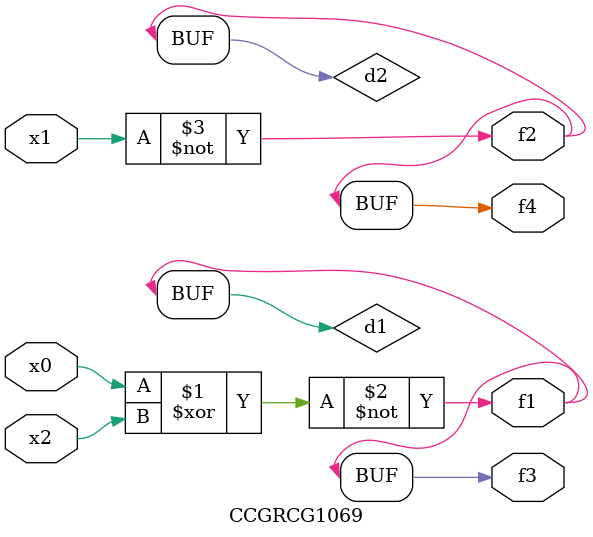
<source format=v>
module CCGRCG1069(
	input x0, x1, x2,
	output f1, f2, f3, f4
);

	wire d1, d2, d3;

	xnor (d1, x0, x2);
	nand (d2, x1);
	nor (d3, x1, x2);
	assign f1 = d1;
	assign f2 = d2;
	assign f3 = d1;
	assign f4 = d2;
endmodule

</source>
